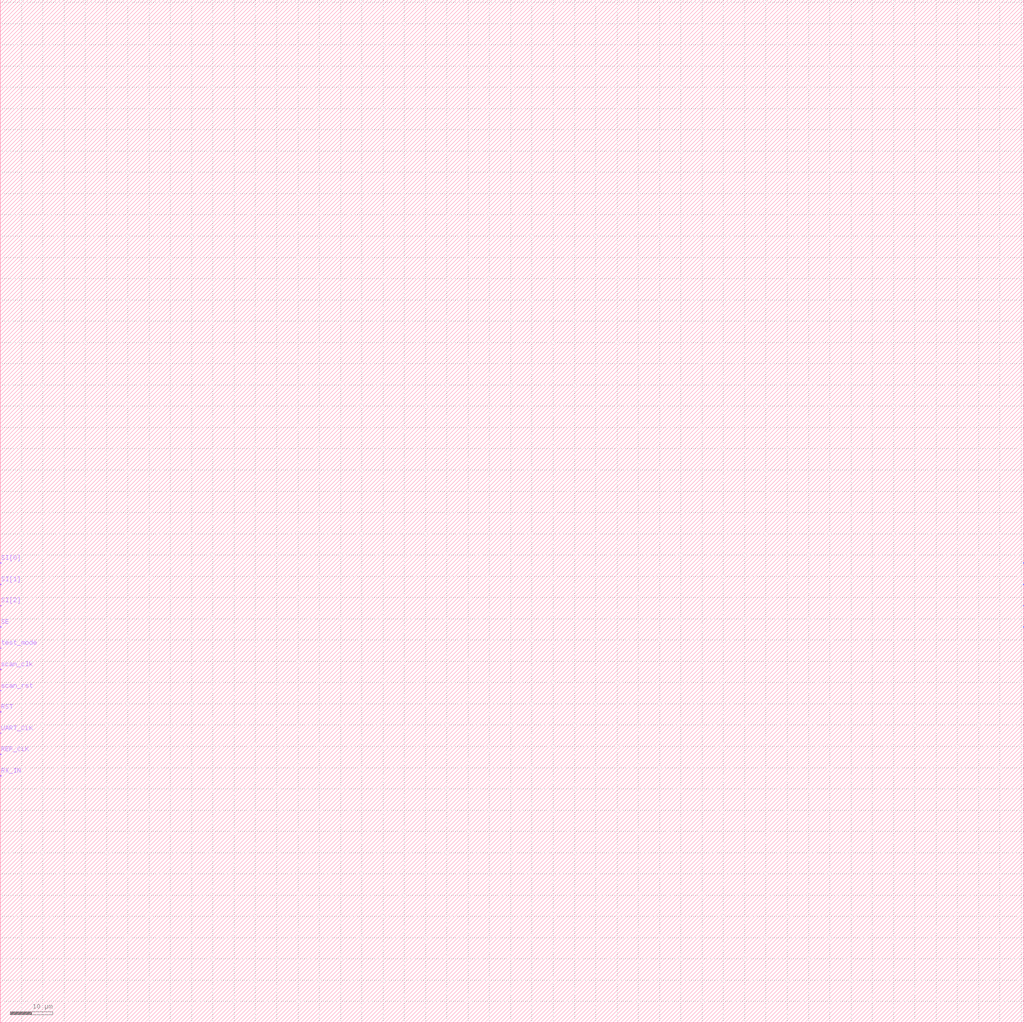
<source format=lef>

#******
# Preview export LEF
#
#	 Preview sub-version 5.10.41.500.3.38
#
# TECH LIB NAME: tsmc18
# TECH FILE NAME: techfile.cds
#******

VERSION 5.4 ;

NAMESCASESENSITIVE ON ;

DIVIDERCHAR "|" ;
BUSBITCHARS "[]" ;

UNITS
    DATABASE MICRONS 100  ;
END UNITS

MACRO SYSTEM_TOP_dft
    CLASS CORE ;
    FOREIGN SYSTEM_TOP_dft 0 0 ;
    ORIGIN 0.00 0.00 ;
    SIZE 240.6 BY 240.6 ;
    SYMMETRY X Y ;
    SITE CoreSite ;
    PIN SI[0]
        DIRECTION INPUT ;
        PORT
        LAYER METAL2 ;
        RECT  0.00 108 0.2 108.2 ;
        END
    END SI[0]
    PIN SI[1]
        DIRECTION INPUT ;
        PORT
        LAYER METAL2 ;
        RECT  0.00 103 0.2 103.2 ;
        END
    END SI[1]
    PIN SI[2]
        DIRECTION INPUT ;
        PORT
        LAYER METAL2 ;
        RECT  0.00 98 0.2 98.2 ;
        END
    END SI[2]
    PIN SE
        DIRECTION INPUT ;
        PORT
        LAYER METAL2 ;
        RECT  0.00 93 0.2 93.2 ;
        END
    END SE
    PIN test_mode
        DIRECTION INPUT ;
        PORT
        LAYER METAL2 ;
        RECT  0.00 88 0.2 88.2 ;
        END
    END test_mode
    PIN scan_clk
        DIRECTION INPUT ;
        PORT
        LAYER METAL2 ;
        RECT  0.00 83 0.2 83.2 ;
        END
    END scan_clk
    PIN scan_rst
        DIRECTION INPUT ;
        PORT
        LAYER METAL2 ;
        RECT  0.00 78 0.2 78.2 ;
        END
    END scan_rst
    PIN RST
        DIRECTION INPUT ;
        PORT
        LAYER METAL2 ;
        RECT  0.00 73 0.2 73.2 ;
        END
    END RST
    PIN UART_CLK
        DIRECTION INPUT ;
        PORT
        LAYER METAL2 ;
        RECT  0.00 68 0.2 68.2 ;
        END
    END UART_CLK
    PIN REF_CLK
        DIRECTION INPUT ;
        PORT
        LAYER METAL2 ;
        RECT  0.00 63 0.2 63.2 ;
        END
    END REF_CLK
    PIN RX_IN
        DIRECTION INPUT ;
        PORT
        LAYER METAL2 ;
        RECT  0.00 58 0.2 58.2 ;
        END
    END RX_IN
    PIN SO[0]
        DIRECTION OUTPUT ;
        PORT
        LAYER METAL3 ;
        RECT  240.47 108 240.67 108.2 ; 
        END
    END SO[0]
    PIN SO[1]
        DIRECTION OUTPUT ;
        PORT
        LAYER METAL3 ;
        RECT  240.47 103 240.67 103.2 ; 
        END
    END SO[1]
    PIN SO[2]
        DIRECTION OUTPUT ;
        PORT
        LAYER METAL3 ;
        RECT  240.47 98 240.67 98.2 ; 
        END
    END SO[2]
    PIN TX_OUT
        DIRECTION OUTPUT ;
        PORT
        LAYER METAL3 ;
        RECT  240.47 93 240.67 93.2 ; 
        END
    END TX_OUT
END SYSTEM_TOP_dft

END LIBRARY


</source>
